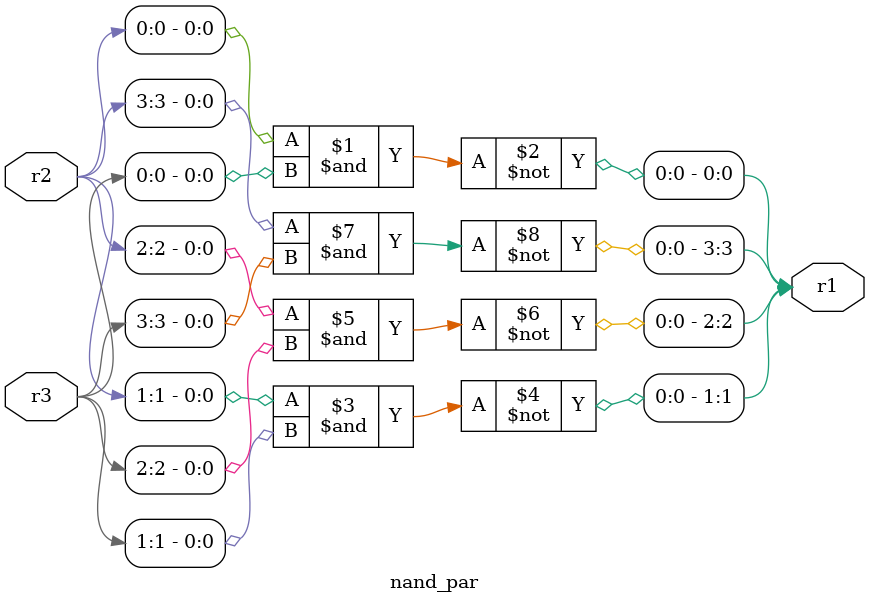
<source format=v>
`timescale 1ns / 1ps


module nand_par #(parameter n = 4) (r1,r2,r3);
input [n-1:0] r2,r3;
output[n-1:0] r1;

genvar i;
generate
    for (i=0; i<n; i=i+1)
    begin
        nand no(r1[i],r2[i],r3[i]);
    end
endgenerate

endmodule

</source>
